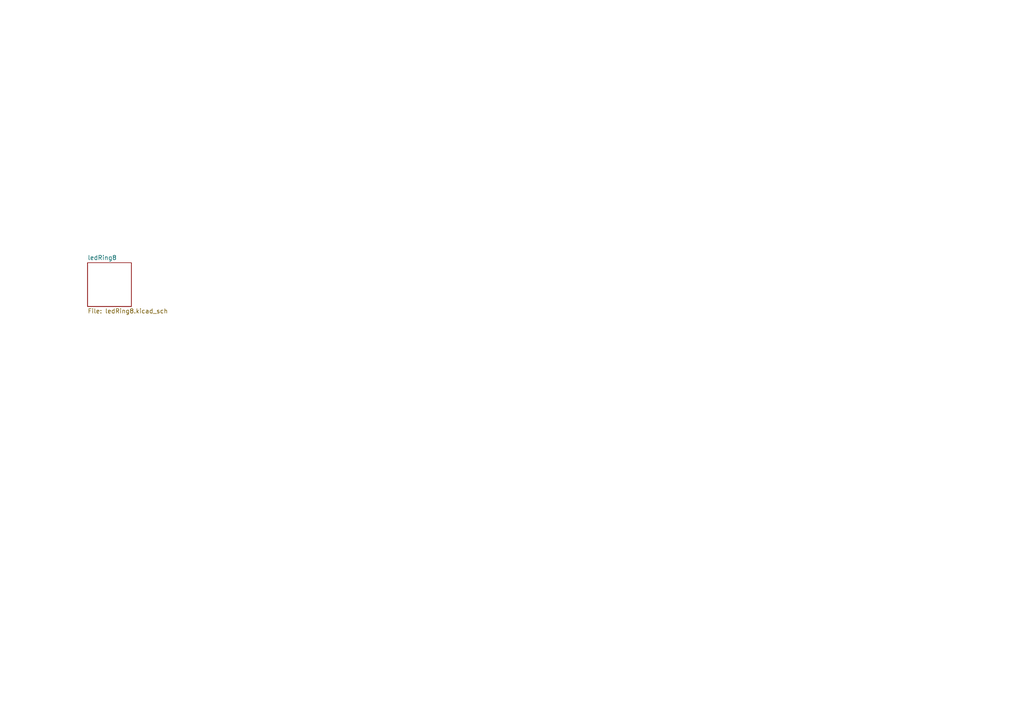
<source format=kicad_sch>
(kicad_sch
	(version 20250114)
	(generator "eeschema")
	(generator_version "9.0")
	(uuid "e70b5343-6e83-46b0-b96e-745e0612c526")
	(paper "A4")
	(lib_symbols)
	(sheet
		(at 25.4 76.2)
		(size 12.7 12.7)
		(exclude_from_sim no)
		(in_bom yes)
		(on_board yes)
		(dnp no)
		(fields_autoplaced yes)
		(stroke
			(width 0.1524)
			(type solid)
		)
		(fill
			(color 0 0 0 0.0000)
		)
		(uuid "e11437af-7617-4088-a90f-dd3b5cc4c08d")
		(property "Sheetname" "ledRing8"
			(at 25.4 75.4884 0)
			(effects
				(font
					(size 1.27 1.27)
				)
				(justify left bottom)
			)
		)
		(property "Sheetfile" "ledRing8.kicad_sch"
			(at 25.4 89.4846 0)
			(effects
				(font
					(size 1.27 1.27)
				)
				(justify left top)
			)
		)
		(instances
			(project "NiController_ledRing8"
				(path "/e70b5343-6e83-46b0-b96e-745e0612c526"
					(page "29")
				)
			)
		)
	)
	(sheet_instances
		(path "/"
			(page "1")
		)
	)
	(embedded_fonts no)
)

</source>
